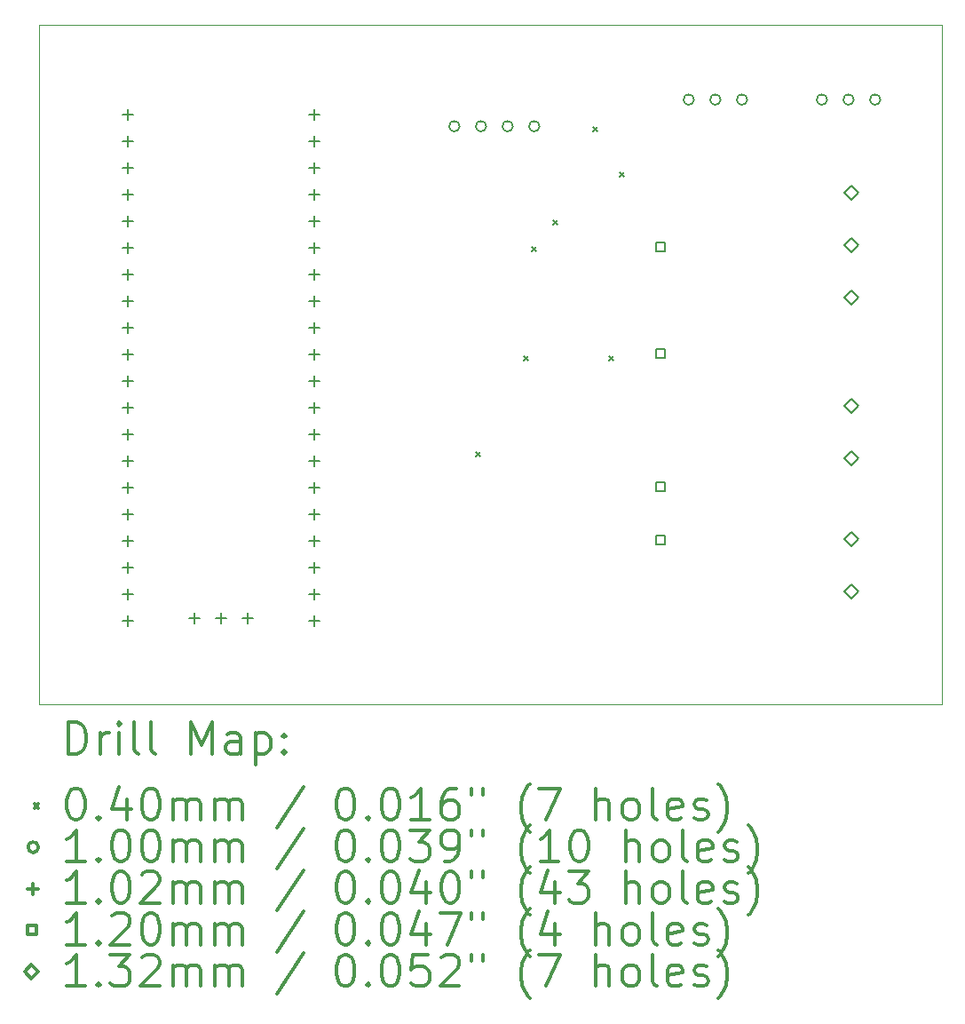
<source format=gbr>
%FSLAX45Y45*%
G04 Gerber Fmt 4.5, Leading zero omitted, Abs format (unit mm)*
G04 Created by KiCad (PCBNEW (5.1.9)-1) date 2022-01-16 00:31:00*
%MOMM*%
%LPD*%
G01*
G04 APERTURE LIST*
%TA.AperFunction,Profile*%
%ADD10C,0.100000*%
%TD*%
%ADD11C,0.200000*%
%ADD12C,0.300000*%
G04 APERTURE END LIST*
D10*
X10820400Y-2184400D02*
X10820400Y-8661400D01*
X2209800Y-2184400D02*
X10820400Y-2184400D01*
X2209800Y-8661400D02*
X2209800Y-2184400D01*
X10820400Y-8661400D02*
X2209800Y-8661400D01*
D11*
X6380800Y-6253800D02*
X6420800Y-6293800D01*
X6420800Y-6253800D02*
X6380800Y-6293800D01*
X6838000Y-5339400D02*
X6878000Y-5379400D01*
X6878000Y-5339400D02*
X6838000Y-5379400D01*
X6914200Y-4298000D02*
X6954200Y-4338000D01*
X6954200Y-4298000D02*
X6914200Y-4338000D01*
X7117400Y-4044000D02*
X7157400Y-4084000D01*
X7157400Y-4044000D02*
X7117400Y-4084000D01*
X7498400Y-3155000D02*
X7538400Y-3195000D01*
X7538400Y-3155000D02*
X7498400Y-3195000D01*
X7650800Y-5339400D02*
X7690800Y-5379400D01*
X7690800Y-5339400D02*
X7650800Y-5379400D01*
X7752400Y-3586800D02*
X7792400Y-3626800D01*
X7792400Y-3586800D02*
X7752400Y-3626800D01*
X6222200Y-3149600D02*
G75*
G03*
X6222200Y-3149600I-50000J0D01*
G01*
X6476200Y-3149600D02*
G75*
G03*
X6476200Y-3149600I-50000J0D01*
G01*
X6730200Y-3149600D02*
G75*
G03*
X6730200Y-3149600I-50000J0D01*
G01*
X6984200Y-3149600D02*
G75*
G03*
X6984200Y-3149600I-50000J0D01*
G01*
X8457400Y-2895600D02*
G75*
G03*
X8457400Y-2895600I-50000J0D01*
G01*
X8711400Y-2895600D02*
G75*
G03*
X8711400Y-2895600I-50000J0D01*
G01*
X8965400Y-2895600D02*
G75*
G03*
X8965400Y-2895600I-50000J0D01*
G01*
X9727400Y-2895600D02*
G75*
G03*
X9727400Y-2895600I-50000J0D01*
G01*
X9981400Y-2895600D02*
G75*
G03*
X9981400Y-2895600I-50000J0D01*
G01*
X10235400Y-2895600D02*
G75*
G03*
X10235400Y-2895600I-50000J0D01*
G01*
X3059000Y-2986800D02*
X3059000Y-3088800D01*
X3008000Y-3037800D02*
X3110000Y-3037800D01*
X3059000Y-3240800D02*
X3059000Y-3342800D01*
X3008000Y-3291800D02*
X3110000Y-3291800D01*
X3059000Y-3494800D02*
X3059000Y-3596800D01*
X3008000Y-3545800D02*
X3110000Y-3545800D01*
X3059000Y-3748800D02*
X3059000Y-3850800D01*
X3008000Y-3799800D02*
X3110000Y-3799800D01*
X3059000Y-4002800D02*
X3059000Y-4104800D01*
X3008000Y-4053800D02*
X3110000Y-4053800D01*
X3059000Y-4256800D02*
X3059000Y-4358800D01*
X3008000Y-4307800D02*
X3110000Y-4307800D01*
X3059000Y-4510800D02*
X3059000Y-4612800D01*
X3008000Y-4561800D02*
X3110000Y-4561800D01*
X3059000Y-4764800D02*
X3059000Y-4866800D01*
X3008000Y-4815800D02*
X3110000Y-4815800D01*
X3059000Y-5018800D02*
X3059000Y-5120800D01*
X3008000Y-5069800D02*
X3110000Y-5069800D01*
X3059000Y-5272800D02*
X3059000Y-5374800D01*
X3008000Y-5323800D02*
X3110000Y-5323800D01*
X3059000Y-5526800D02*
X3059000Y-5628800D01*
X3008000Y-5577800D02*
X3110000Y-5577800D01*
X3059000Y-5780800D02*
X3059000Y-5882800D01*
X3008000Y-5831800D02*
X3110000Y-5831800D01*
X3059000Y-6034800D02*
X3059000Y-6136800D01*
X3008000Y-6085800D02*
X3110000Y-6085800D01*
X3059000Y-6288800D02*
X3059000Y-6390800D01*
X3008000Y-6339800D02*
X3110000Y-6339800D01*
X3059000Y-6542800D02*
X3059000Y-6644800D01*
X3008000Y-6593800D02*
X3110000Y-6593800D01*
X3059000Y-6796800D02*
X3059000Y-6898800D01*
X3008000Y-6847800D02*
X3110000Y-6847800D01*
X3059000Y-7050800D02*
X3059000Y-7152800D01*
X3008000Y-7101800D02*
X3110000Y-7101800D01*
X3059000Y-7304800D02*
X3059000Y-7406800D01*
X3008000Y-7355800D02*
X3110000Y-7355800D01*
X3059000Y-7558800D02*
X3059000Y-7660800D01*
X3008000Y-7609800D02*
X3110000Y-7609800D01*
X3059000Y-7812800D02*
X3059000Y-7914800D01*
X3008000Y-7863800D02*
X3110000Y-7863800D01*
X3694000Y-7789800D02*
X3694000Y-7891800D01*
X3643000Y-7840800D02*
X3745000Y-7840800D01*
X3948000Y-7789800D02*
X3948000Y-7891800D01*
X3897000Y-7840800D02*
X3999000Y-7840800D01*
X4202000Y-7789800D02*
X4202000Y-7891800D01*
X4151000Y-7840800D02*
X4253000Y-7840800D01*
X4837000Y-2986800D02*
X4837000Y-3088800D01*
X4786000Y-3037800D02*
X4888000Y-3037800D01*
X4837000Y-3240800D02*
X4837000Y-3342800D01*
X4786000Y-3291800D02*
X4888000Y-3291800D01*
X4837000Y-3494800D02*
X4837000Y-3596800D01*
X4786000Y-3545800D02*
X4888000Y-3545800D01*
X4837000Y-3748800D02*
X4837000Y-3850800D01*
X4786000Y-3799800D02*
X4888000Y-3799800D01*
X4837000Y-4002800D02*
X4837000Y-4104800D01*
X4786000Y-4053800D02*
X4888000Y-4053800D01*
X4837000Y-4256800D02*
X4837000Y-4358800D01*
X4786000Y-4307800D02*
X4888000Y-4307800D01*
X4837000Y-4510800D02*
X4837000Y-4612800D01*
X4786000Y-4561800D02*
X4888000Y-4561800D01*
X4837000Y-4764800D02*
X4837000Y-4866800D01*
X4786000Y-4815800D02*
X4888000Y-4815800D01*
X4837000Y-5018800D02*
X4837000Y-5120800D01*
X4786000Y-5069800D02*
X4888000Y-5069800D01*
X4837000Y-5272800D02*
X4837000Y-5374800D01*
X4786000Y-5323800D02*
X4888000Y-5323800D01*
X4837000Y-5526800D02*
X4837000Y-5628800D01*
X4786000Y-5577800D02*
X4888000Y-5577800D01*
X4837000Y-5780800D02*
X4837000Y-5882800D01*
X4786000Y-5831800D02*
X4888000Y-5831800D01*
X4837000Y-6034800D02*
X4837000Y-6136800D01*
X4786000Y-6085800D02*
X4888000Y-6085800D01*
X4837000Y-6288800D02*
X4837000Y-6390800D01*
X4786000Y-6339800D02*
X4888000Y-6339800D01*
X4837000Y-6542800D02*
X4837000Y-6644800D01*
X4786000Y-6593800D02*
X4888000Y-6593800D01*
X4837000Y-6796800D02*
X4837000Y-6898800D01*
X4786000Y-6847800D02*
X4888000Y-6847800D01*
X4837000Y-7050800D02*
X4837000Y-7152800D01*
X4786000Y-7101800D02*
X4888000Y-7101800D01*
X4837000Y-7304800D02*
X4837000Y-7406800D01*
X4786000Y-7355800D02*
X4888000Y-7355800D01*
X4837000Y-7558800D02*
X4837000Y-7660800D01*
X4786000Y-7609800D02*
X4888000Y-7609800D01*
X4837000Y-7812800D02*
X4837000Y-7914800D01*
X4786000Y-7863800D02*
X4888000Y-7863800D01*
X8179527Y-4342027D02*
X8179527Y-4257173D01*
X8094673Y-4257173D01*
X8094673Y-4342027D01*
X8179527Y-4342027D01*
X8179527Y-5358027D02*
X8179527Y-5273173D01*
X8094673Y-5273173D01*
X8094673Y-5358027D01*
X8179527Y-5358027D01*
X8179527Y-6628027D02*
X8179527Y-6543173D01*
X8094673Y-6543173D01*
X8094673Y-6628027D01*
X8179527Y-6628027D01*
X8179527Y-7136027D02*
X8179527Y-7051173D01*
X8094673Y-7051173D01*
X8094673Y-7136027D01*
X8179527Y-7136027D01*
X9956800Y-3850600D02*
X10022800Y-3784600D01*
X9956800Y-3718600D01*
X9890800Y-3784600D01*
X9956800Y-3850600D01*
X9956800Y-4350600D02*
X10022800Y-4284600D01*
X9956800Y-4218600D01*
X9890800Y-4284600D01*
X9956800Y-4350600D01*
X9956800Y-4850600D02*
X10022800Y-4784600D01*
X9956800Y-4718600D01*
X9890800Y-4784600D01*
X9956800Y-4850600D01*
X9956800Y-5882600D02*
X10022800Y-5816600D01*
X9956800Y-5750600D01*
X9890800Y-5816600D01*
X9956800Y-5882600D01*
X9956800Y-6382600D02*
X10022800Y-6316600D01*
X9956800Y-6250600D01*
X9890800Y-6316600D01*
X9956800Y-6382600D01*
X9956800Y-7152600D02*
X10022800Y-7086600D01*
X9956800Y-7020600D01*
X9890800Y-7086600D01*
X9956800Y-7152600D01*
X9956800Y-7652600D02*
X10022800Y-7586600D01*
X9956800Y-7520600D01*
X9890800Y-7586600D01*
X9956800Y-7652600D01*
D12*
X2491228Y-9132114D02*
X2491228Y-8832114D01*
X2562657Y-8832114D01*
X2605514Y-8846400D01*
X2634086Y-8874972D01*
X2648371Y-8903543D01*
X2662657Y-8960686D01*
X2662657Y-9003543D01*
X2648371Y-9060686D01*
X2634086Y-9089257D01*
X2605514Y-9117829D01*
X2562657Y-9132114D01*
X2491228Y-9132114D01*
X2791228Y-9132114D02*
X2791228Y-8932114D01*
X2791228Y-8989257D02*
X2805514Y-8960686D01*
X2819800Y-8946400D01*
X2848371Y-8932114D01*
X2876943Y-8932114D01*
X2976943Y-9132114D02*
X2976943Y-8932114D01*
X2976943Y-8832114D02*
X2962657Y-8846400D01*
X2976943Y-8860686D01*
X2991228Y-8846400D01*
X2976943Y-8832114D01*
X2976943Y-8860686D01*
X3162657Y-9132114D02*
X3134086Y-9117829D01*
X3119800Y-9089257D01*
X3119800Y-8832114D01*
X3319800Y-9132114D02*
X3291228Y-9117829D01*
X3276943Y-9089257D01*
X3276943Y-8832114D01*
X3662657Y-9132114D02*
X3662657Y-8832114D01*
X3762657Y-9046400D01*
X3862657Y-8832114D01*
X3862657Y-9132114D01*
X4134086Y-9132114D02*
X4134086Y-8974972D01*
X4119800Y-8946400D01*
X4091228Y-8932114D01*
X4034086Y-8932114D01*
X4005514Y-8946400D01*
X4134086Y-9117829D02*
X4105514Y-9132114D01*
X4034086Y-9132114D01*
X4005514Y-9117829D01*
X3991228Y-9089257D01*
X3991228Y-9060686D01*
X4005514Y-9032114D01*
X4034086Y-9017829D01*
X4105514Y-9017829D01*
X4134086Y-9003543D01*
X4276943Y-8932114D02*
X4276943Y-9232114D01*
X4276943Y-8946400D02*
X4305514Y-8932114D01*
X4362657Y-8932114D01*
X4391228Y-8946400D01*
X4405514Y-8960686D01*
X4419800Y-8989257D01*
X4419800Y-9074972D01*
X4405514Y-9103543D01*
X4391228Y-9117829D01*
X4362657Y-9132114D01*
X4305514Y-9132114D01*
X4276943Y-9117829D01*
X4548371Y-9103543D02*
X4562657Y-9117829D01*
X4548371Y-9132114D01*
X4534086Y-9117829D01*
X4548371Y-9103543D01*
X4548371Y-9132114D01*
X4548371Y-8946400D02*
X4562657Y-8960686D01*
X4548371Y-8974972D01*
X4534086Y-8960686D01*
X4548371Y-8946400D01*
X4548371Y-8974972D01*
X2164800Y-9606400D02*
X2204800Y-9646400D01*
X2204800Y-9606400D02*
X2164800Y-9646400D01*
X2548371Y-9462114D02*
X2576943Y-9462114D01*
X2605514Y-9476400D01*
X2619800Y-9490686D01*
X2634086Y-9519257D01*
X2648371Y-9576400D01*
X2648371Y-9647829D01*
X2634086Y-9704972D01*
X2619800Y-9733543D01*
X2605514Y-9747829D01*
X2576943Y-9762114D01*
X2548371Y-9762114D01*
X2519800Y-9747829D01*
X2505514Y-9733543D01*
X2491228Y-9704972D01*
X2476943Y-9647829D01*
X2476943Y-9576400D01*
X2491228Y-9519257D01*
X2505514Y-9490686D01*
X2519800Y-9476400D01*
X2548371Y-9462114D01*
X2776943Y-9733543D02*
X2791228Y-9747829D01*
X2776943Y-9762114D01*
X2762657Y-9747829D01*
X2776943Y-9733543D01*
X2776943Y-9762114D01*
X3048371Y-9562114D02*
X3048371Y-9762114D01*
X2976943Y-9447829D02*
X2905514Y-9662114D01*
X3091228Y-9662114D01*
X3262657Y-9462114D02*
X3291228Y-9462114D01*
X3319800Y-9476400D01*
X3334086Y-9490686D01*
X3348371Y-9519257D01*
X3362657Y-9576400D01*
X3362657Y-9647829D01*
X3348371Y-9704972D01*
X3334086Y-9733543D01*
X3319800Y-9747829D01*
X3291228Y-9762114D01*
X3262657Y-9762114D01*
X3234086Y-9747829D01*
X3219800Y-9733543D01*
X3205514Y-9704972D01*
X3191228Y-9647829D01*
X3191228Y-9576400D01*
X3205514Y-9519257D01*
X3219800Y-9490686D01*
X3234086Y-9476400D01*
X3262657Y-9462114D01*
X3491228Y-9762114D02*
X3491228Y-9562114D01*
X3491228Y-9590686D02*
X3505514Y-9576400D01*
X3534086Y-9562114D01*
X3576943Y-9562114D01*
X3605514Y-9576400D01*
X3619800Y-9604972D01*
X3619800Y-9762114D01*
X3619800Y-9604972D02*
X3634086Y-9576400D01*
X3662657Y-9562114D01*
X3705514Y-9562114D01*
X3734086Y-9576400D01*
X3748371Y-9604972D01*
X3748371Y-9762114D01*
X3891228Y-9762114D02*
X3891228Y-9562114D01*
X3891228Y-9590686D02*
X3905514Y-9576400D01*
X3934086Y-9562114D01*
X3976943Y-9562114D01*
X4005514Y-9576400D01*
X4019800Y-9604972D01*
X4019800Y-9762114D01*
X4019800Y-9604972D02*
X4034086Y-9576400D01*
X4062657Y-9562114D01*
X4105514Y-9562114D01*
X4134086Y-9576400D01*
X4148371Y-9604972D01*
X4148371Y-9762114D01*
X4734086Y-9447829D02*
X4476943Y-9833543D01*
X5119800Y-9462114D02*
X5148371Y-9462114D01*
X5176943Y-9476400D01*
X5191228Y-9490686D01*
X5205514Y-9519257D01*
X5219800Y-9576400D01*
X5219800Y-9647829D01*
X5205514Y-9704972D01*
X5191228Y-9733543D01*
X5176943Y-9747829D01*
X5148371Y-9762114D01*
X5119800Y-9762114D01*
X5091228Y-9747829D01*
X5076943Y-9733543D01*
X5062657Y-9704972D01*
X5048371Y-9647829D01*
X5048371Y-9576400D01*
X5062657Y-9519257D01*
X5076943Y-9490686D01*
X5091228Y-9476400D01*
X5119800Y-9462114D01*
X5348371Y-9733543D02*
X5362657Y-9747829D01*
X5348371Y-9762114D01*
X5334086Y-9747829D01*
X5348371Y-9733543D01*
X5348371Y-9762114D01*
X5548371Y-9462114D02*
X5576943Y-9462114D01*
X5605514Y-9476400D01*
X5619800Y-9490686D01*
X5634086Y-9519257D01*
X5648371Y-9576400D01*
X5648371Y-9647829D01*
X5634086Y-9704972D01*
X5619800Y-9733543D01*
X5605514Y-9747829D01*
X5576943Y-9762114D01*
X5548371Y-9762114D01*
X5519800Y-9747829D01*
X5505514Y-9733543D01*
X5491228Y-9704972D01*
X5476943Y-9647829D01*
X5476943Y-9576400D01*
X5491228Y-9519257D01*
X5505514Y-9490686D01*
X5519800Y-9476400D01*
X5548371Y-9462114D01*
X5934086Y-9762114D02*
X5762657Y-9762114D01*
X5848371Y-9762114D02*
X5848371Y-9462114D01*
X5819800Y-9504972D01*
X5791228Y-9533543D01*
X5762657Y-9547829D01*
X6191228Y-9462114D02*
X6134086Y-9462114D01*
X6105514Y-9476400D01*
X6091228Y-9490686D01*
X6062657Y-9533543D01*
X6048371Y-9590686D01*
X6048371Y-9704972D01*
X6062657Y-9733543D01*
X6076943Y-9747829D01*
X6105514Y-9762114D01*
X6162657Y-9762114D01*
X6191228Y-9747829D01*
X6205514Y-9733543D01*
X6219800Y-9704972D01*
X6219800Y-9633543D01*
X6205514Y-9604972D01*
X6191228Y-9590686D01*
X6162657Y-9576400D01*
X6105514Y-9576400D01*
X6076943Y-9590686D01*
X6062657Y-9604972D01*
X6048371Y-9633543D01*
X6334086Y-9462114D02*
X6334086Y-9519257D01*
X6448371Y-9462114D02*
X6448371Y-9519257D01*
X6891228Y-9876400D02*
X6876943Y-9862114D01*
X6848371Y-9819257D01*
X6834086Y-9790686D01*
X6819800Y-9747829D01*
X6805514Y-9676400D01*
X6805514Y-9619257D01*
X6819800Y-9547829D01*
X6834086Y-9504972D01*
X6848371Y-9476400D01*
X6876943Y-9433543D01*
X6891228Y-9419257D01*
X6976943Y-9462114D02*
X7176943Y-9462114D01*
X7048371Y-9762114D01*
X7519800Y-9762114D02*
X7519800Y-9462114D01*
X7648371Y-9762114D02*
X7648371Y-9604972D01*
X7634086Y-9576400D01*
X7605514Y-9562114D01*
X7562657Y-9562114D01*
X7534086Y-9576400D01*
X7519800Y-9590686D01*
X7834086Y-9762114D02*
X7805514Y-9747829D01*
X7791228Y-9733543D01*
X7776943Y-9704972D01*
X7776943Y-9619257D01*
X7791228Y-9590686D01*
X7805514Y-9576400D01*
X7834086Y-9562114D01*
X7876943Y-9562114D01*
X7905514Y-9576400D01*
X7919800Y-9590686D01*
X7934086Y-9619257D01*
X7934086Y-9704972D01*
X7919800Y-9733543D01*
X7905514Y-9747829D01*
X7876943Y-9762114D01*
X7834086Y-9762114D01*
X8105514Y-9762114D02*
X8076943Y-9747829D01*
X8062657Y-9719257D01*
X8062657Y-9462114D01*
X8334086Y-9747829D02*
X8305514Y-9762114D01*
X8248371Y-9762114D01*
X8219800Y-9747829D01*
X8205514Y-9719257D01*
X8205514Y-9604972D01*
X8219800Y-9576400D01*
X8248371Y-9562114D01*
X8305514Y-9562114D01*
X8334086Y-9576400D01*
X8348371Y-9604972D01*
X8348371Y-9633543D01*
X8205514Y-9662114D01*
X8462657Y-9747829D02*
X8491228Y-9762114D01*
X8548371Y-9762114D01*
X8576943Y-9747829D01*
X8591228Y-9719257D01*
X8591228Y-9704972D01*
X8576943Y-9676400D01*
X8548371Y-9662114D01*
X8505514Y-9662114D01*
X8476943Y-9647829D01*
X8462657Y-9619257D01*
X8462657Y-9604972D01*
X8476943Y-9576400D01*
X8505514Y-9562114D01*
X8548371Y-9562114D01*
X8576943Y-9576400D01*
X8691228Y-9876400D02*
X8705514Y-9862114D01*
X8734086Y-9819257D01*
X8748371Y-9790686D01*
X8762657Y-9747829D01*
X8776943Y-9676400D01*
X8776943Y-9619257D01*
X8762657Y-9547829D01*
X8748371Y-9504972D01*
X8734086Y-9476400D01*
X8705514Y-9433543D01*
X8691228Y-9419257D01*
X2204800Y-10022400D02*
G75*
G03*
X2204800Y-10022400I-50000J0D01*
G01*
X2648371Y-10158114D02*
X2476943Y-10158114D01*
X2562657Y-10158114D02*
X2562657Y-9858114D01*
X2534086Y-9900972D01*
X2505514Y-9929543D01*
X2476943Y-9943829D01*
X2776943Y-10129543D02*
X2791228Y-10143829D01*
X2776943Y-10158114D01*
X2762657Y-10143829D01*
X2776943Y-10129543D01*
X2776943Y-10158114D01*
X2976943Y-9858114D02*
X3005514Y-9858114D01*
X3034086Y-9872400D01*
X3048371Y-9886686D01*
X3062657Y-9915257D01*
X3076943Y-9972400D01*
X3076943Y-10043829D01*
X3062657Y-10100972D01*
X3048371Y-10129543D01*
X3034086Y-10143829D01*
X3005514Y-10158114D01*
X2976943Y-10158114D01*
X2948371Y-10143829D01*
X2934086Y-10129543D01*
X2919800Y-10100972D01*
X2905514Y-10043829D01*
X2905514Y-9972400D01*
X2919800Y-9915257D01*
X2934086Y-9886686D01*
X2948371Y-9872400D01*
X2976943Y-9858114D01*
X3262657Y-9858114D02*
X3291228Y-9858114D01*
X3319800Y-9872400D01*
X3334086Y-9886686D01*
X3348371Y-9915257D01*
X3362657Y-9972400D01*
X3362657Y-10043829D01*
X3348371Y-10100972D01*
X3334086Y-10129543D01*
X3319800Y-10143829D01*
X3291228Y-10158114D01*
X3262657Y-10158114D01*
X3234086Y-10143829D01*
X3219800Y-10129543D01*
X3205514Y-10100972D01*
X3191228Y-10043829D01*
X3191228Y-9972400D01*
X3205514Y-9915257D01*
X3219800Y-9886686D01*
X3234086Y-9872400D01*
X3262657Y-9858114D01*
X3491228Y-10158114D02*
X3491228Y-9958114D01*
X3491228Y-9986686D02*
X3505514Y-9972400D01*
X3534086Y-9958114D01*
X3576943Y-9958114D01*
X3605514Y-9972400D01*
X3619800Y-10000972D01*
X3619800Y-10158114D01*
X3619800Y-10000972D02*
X3634086Y-9972400D01*
X3662657Y-9958114D01*
X3705514Y-9958114D01*
X3734086Y-9972400D01*
X3748371Y-10000972D01*
X3748371Y-10158114D01*
X3891228Y-10158114D02*
X3891228Y-9958114D01*
X3891228Y-9986686D02*
X3905514Y-9972400D01*
X3934086Y-9958114D01*
X3976943Y-9958114D01*
X4005514Y-9972400D01*
X4019800Y-10000972D01*
X4019800Y-10158114D01*
X4019800Y-10000972D02*
X4034086Y-9972400D01*
X4062657Y-9958114D01*
X4105514Y-9958114D01*
X4134086Y-9972400D01*
X4148371Y-10000972D01*
X4148371Y-10158114D01*
X4734086Y-9843829D02*
X4476943Y-10229543D01*
X5119800Y-9858114D02*
X5148371Y-9858114D01*
X5176943Y-9872400D01*
X5191228Y-9886686D01*
X5205514Y-9915257D01*
X5219800Y-9972400D01*
X5219800Y-10043829D01*
X5205514Y-10100972D01*
X5191228Y-10129543D01*
X5176943Y-10143829D01*
X5148371Y-10158114D01*
X5119800Y-10158114D01*
X5091228Y-10143829D01*
X5076943Y-10129543D01*
X5062657Y-10100972D01*
X5048371Y-10043829D01*
X5048371Y-9972400D01*
X5062657Y-9915257D01*
X5076943Y-9886686D01*
X5091228Y-9872400D01*
X5119800Y-9858114D01*
X5348371Y-10129543D02*
X5362657Y-10143829D01*
X5348371Y-10158114D01*
X5334086Y-10143829D01*
X5348371Y-10129543D01*
X5348371Y-10158114D01*
X5548371Y-9858114D02*
X5576943Y-9858114D01*
X5605514Y-9872400D01*
X5619800Y-9886686D01*
X5634086Y-9915257D01*
X5648371Y-9972400D01*
X5648371Y-10043829D01*
X5634086Y-10100972D01*
X5619800Y-10129543D01*
X5605514Y-10143829D01*
X5576943Y-10158114D01*
X5548371Y-10158114D01*
X5519800Y-10143829D01*
X5505514Y-10129543D01*
X5491228Y-10100972D01*
X5476943Y-10043829D01*
X5476943Y-9972400D01*
X5491228Y-9915257D01*
X5505514Y-9886686D01*
X5519800Y-9872400D01*
X5548371Y-9858114D01*
X5748371Y-9858114D02*
X5934086Y-9858114D01*
X5834086Y-9972400D01*
X5876943Y-9972400D01*
X5905514Y-9986686D01*
X5919800Y-10000972D01*
X5934086Y-10029543D01*
X5934086Y-10100972D01*
X5919800Y-10129543D01*
X5905514Y-10143829D01*
X5876943Y-10158114D01*
X5791228Y-10158114D01*
X5762657Y-10143829D01*
X5748371Y-10129543D01*
X6076943Y-10158114D02*
X6134086Y-10158114D01*
X6162657Y-10143829D01*
X6176943Y-10129543D01*
X6205514Y-10086686D01*
X6219800Y-10029543D01*
X6219800Y-9915257D01*
X6205514Y-9886686D01*
X6191228Y-9872400D01*
X6162657Y-9858114D01*
X6105514Y-9858114D01*
X6076943Y-9872400D01*
X6062657Y-9886686D01*
X6048371Y-9915257D01*
X6048371Y-9986686D01*
X6062657Y-10015257D01*
X6076943Y-10029543D01*
X6105514Y-10043829D01*
X6162657Y-10043829D01*
X6191228Y-10029543D01*
X6205514Y-10015257D01*
X6219800Y-9986686D01*
X6334086Y-9858114D02*
X6334086Y-9915257D01*
X6448371Y-9858114D02*
X6448371Y-9915257D01*
X6891228Y-10272400D02*
X6876943Y-10258114D01*
X6848371Y-10215257D01*
X6834086Y-10186686D01*
X6819800Y-10143829D01*
X6805514Y-10072400D01*
X6805514Y-10015257D01*
X6819800Y-9943829D01*
X6834086Y-9900972D01*
X6848371Y-9872400D01*
X6876943Y-9829543D01*
X6891228Y-9815257D01*
X7162657Y-10158114D02*
X6991228Y-10158114D01*
X7076943Y-10158114D02*
X7076943Y-9858114D01*
X7048371Y-9900972D01*
X7019800Y-9929543D01*
X6991228Y-9943829D01*
X7348371Y-9858114D02*
X7376943Y-9858114D01*
X7405514Y-9872400D01*
X7419800Y-9886686D01*
X7434086Y-9915257D01*
X7448371Y-9972400D01*
X7448371Y-10043829D01*
X7434086Y-10100972D01*
X7419800Y-10129543D01*
X7405514Y-10143829D01*
X7376943Y-10158114D01*
X7348371Y-10158114D01*
X7319800Y-10143829D01*
X7305514Y-10129543D01*
X7291228Y-10100972D01*
X7276943Y-10043829D01*
X7276943Y-9972400D01*
X7291228Y-9915257D01*
X7305514Y-9886686D01*
X7319800Y-9872400D01*
X7348371Y-9858114D01*
X7805514Y-10158114D02*
X7805514Y-9858114D01*
X7934086Y-10158114D02*
X7934086Y-10000972D01*
X7919800Y-9972400D01*
X7891228Y-9958114D01*
X7848371Y-9958114D01*
X7819800Y-9972400D01*
X7805514Y-9986686D01*
X8119800Y-10158114D02*
X8091228Y-10143829D01*
X8076943Y-10129543D01*
X8062657Y-10100972D01*
X8062657Y-10015257D01*
X8076943Y-9986686D01*
X8091228Y-9972400D01*
X8119800Y-9958114D01*
X8162657Y-9958114D01*
X8191228Y-9972400D01*
X8205514Y-9986686D01*
X8219800Y-10015257D01*
X8219800Y-10100972D01*
X8205514Y-10129543D01*
X8191228Y-10143829D01*
X8162657Y-10158114D01*
X8119800Y-10158114D01*
X8391228Y-10158114D02*
X8362657Y-10143829D01*
X8348371Y-10115257D01*
X8348371Y-9858114D01*
X8619800Y-10143829D02*
X8591228Y-10158114D01*
X8534086Y-10158114D01*
X8505514Y-10143829D01*
X8491228Y-10115257D01*
X8491228Y-10000972D01*
X8505514Y-9972400D01*
X8534086Y-9958114D01*
X8591228Y-9958114D01*
X8619800Y-9972400D01*
X8634086Y-10000972D01*
X8634086Y-10029543D01*
X8491228Y-10058114D01*
X8748371Y-10143829D02*
X8776943Y-10158114D01*
X8834086Y-10158114D01*
X8862657Y-10143829D01*
X8876943Y-10115257D01*
X8876943Y-10100972D01*
X8862657Y-10072400D01*
X8834086Y-10058114D01*
X8791228Y-10058114D01*
X8762657Y-10043829D01*
X8748371Y-10015257D01*
X8748371Y-10000972D01*
X8762657Y-9972400D01*
X8791228Y-9958114D01*
X8834086Y-9958114D01*
X8862657Y-9972400D01*
X8976943Y-10272400D02*
X8991228Y-10258114D01*
X9019800Y-10215257D01*
X9034086Y-10186686D01*
X9048371Y-10143829D01*
X9062657Y-10072400D01*
X9062657Y-10015257D01*
X9048371Y-9943829D01*
X9034086Y-9900972D01*
X9019800Y-9872400D01*
X8991228Y-9829543D01*
X8976943Y-9815257D01*
X2153800Y-10367400D02*
X2153800Y-10469400D01*
X2102800Y-10418400D02*
X2204800Y-10418400D01*
X2648371Y-10554114D02*
X2476943Y-10554114D01*
X2562657Y-10554114D02*
X2562657Y-10254114D01*
X2534086Y-10296972D01*
X2505514Y-10325543D01*
X2476943Y-10339829D01*
X2776943Y-10525543D02*
X2791228Y-10539829D01*
X2776943Y-10554114D01*
X2762657Y-10539829D01*
X2776943Y-10525543D01*
X2776943Y-10554114D01*
X2976943Y-10254114D02*
X3005514Y-10254114D01*
X3034086Y-10268400D01*
X3048371Y-10282686D01*
X3062657Y-10311257D01*
X3076943Y-10368400D01*
X3076943Y-10439829D01*
X3062657Y-10496972D01*
X3048371Y-10525543D01*
X3034086Y-10539829D01*
X3005514Y-10554114D01*
X2976943Y-10554114D01*
X2948371Y-10539829D01*
X2934086Y-10525543D01*
X2919800Y-10496972D01*
X2905514Y-10439829D01*
X2905514Y-10368400D01*
X2919800Y-10311257D01*
X2934086Y-10282686D01*
X2948371Y-10268400D01*
X2976943Y-10254114D01*
X3191228Y-10282686D02*
X3205514Y-10268400D01*
X3234086Y-10254114D01*
X3305514Y-10254114D01*
X3334086Y-10268400D01*
X3348371Y-10282686D01*
X3362657Y-10311257D01*
X3362657Y-10339829D01*
X3348371Y-10382686D01*
X3176943Y-10554114D01*
X3362657Y-10554114D01*
X3491228Y-10554114D02*
X3491228Y-10354114D01*
X3491228Y-10382686D02*
X3505514Y-10368400D01*
X3534086Y-10354114D01*
X3576943Y-10354114D01*
X3605514Y-10368400D01*
X3619800Y-10396972D01*
X3619800Y-10554114D01*
X3619800Y-10396972D02*
X3634086Y-10368400D01*
X3662657Y-10354114D01*
X3705514Y-10354114D01*
X3734086Y-10368400D01*
X3748371Y-10396972D01*
X3748371Y-10554114D01*
X3891228Y-10554114D02*
X3891228Y-10354114D01*
X3891228Y-10382686D02*
X3905514Y-10368400D01*
X3934086Y-10354114D01*
X3976943Y-10354114D01*
X4005514Y-10368400D01*
X4019800Y-10396972D01*
X4019800Y-10554114D01*
X4019800Y-10396972D02*
X4034086Y-10368400D01*
X4062657Y-10354114D01*
X4105514Y-10354114D01*
X4134086Y-10368400D01*
X4148371Y-10396972D01*
X4148371Y-10554114D01*
X4734086Y-10239829D02*
X4476943Y-10625543D01*
X5119800Y-10254114D02*
X5148371Y-10254114D01*
X5176943Y-10268400D01*
X5191228Y-10282686D01*
X5205514Y-10311257D01*
X5219800Y-10368400D01*
X5219800Y-10439829D01*
X5205514Y-10496972D01*
X5191228Y-10525543D01*
X5176943Y-10539829D01*
X5148371Y-10554114D01*
X5119800Y-10554114D01*
X5091228Y-10539829D01*
X5076943Y-10525543D01*
X5062657Y-10496972D01*
X5048371Y-10439829D01*
X5048371Y-10368400D01*
X5062657Y-10311257D01*
X5076943Y-10282686D01*
X5091228Y-10268400D01*
X5119800Y-10254114D01*
X5348371Y-10525543D02*
X5362657Y-10539829D01*
X5348371Y-10554114D01*
X5334086Y-10539829D01*
X5348371Y-10525543D01*
X5348371Y-10554114D01*
X5548371Y-10254114D02*
X5576943Y-10254114D01*
X5605514Y-10268400D01*
X5619800Y-10282686D01*
X5634086Y-10311257D01*
X5648371Y-10368400D01*
X5648371Y-10439829D01*
X5634086Y-10496972D01*
X5619800Y-10525543D01*
X5605514Y-10539829D01*
X5576943Y-10554114D01*
X5548371Y-10554114D01*
X5519800Y-10539829D01*
X5505514Y-10525543D01*
X5491228Y-10496972D01*
X5476943Y-10439829D01*
X5476943Y-10368400D01*
X5491228Y-10311257D01*
X5505514Y-10282686D01*
X5519800Y-10268400D01*
X5548371Y-10254114D01*
X5905514Y-10354114D02*
X5905514Y-10554114D01*
X5834086Y-10239829D02*
X5762657Y-10454114D01*
X5948371Y-10454114D01*
X6119800Y-10254114D02*
X6148371Y-10254114D01*
X6176943Y-10268400D01*
X6191228Y-10282686D01*
X6205514Y-10311257D01*
X6219800Y-10368400D01*
X6219800Y-10439829D01*
X6205514Y-10496972D01*
X6191228Y-10525543D01*
X6176943Y-10539829D01*
X6148371Y-10554114D01*
X6119800Y-10554114D01*
X6091228Y-10539829D01*
X6076943Y-10525543D01*
X6062657Y-10496972D01*
X6048371Y-10439829D01*
X6048371Y-10368400D01*
X6062657Y-10311257D01*
X6076943Y-10282686D01*
X6091228Y-10268400D01*
X6119800Y-10254114D01*
X6334086Y-10254114D02*
X6334086Y-10311257D01*
X6448371Y-10254114D02*
X6448371Y-10311257D01*
X6891228Y-10668400D02*
X6876943Y-10654114D01*
X6848371Y-10611257D01*
X6834086Y-10582686D01*
X6819800Y-10539829D01*
X6805514Y-10468400D01*
X6805514Y-10411257D01*
X6819800Y-10339829D01*
X6834086Y-10296972D01*
X6848371Y-10268400D01*
X6876943Y-10225543D01*
X6891228Y-10211257D01*
X7134086Y-10354114D02*
X7134086Y-10554114D01*
X7062657Y-10239829D02*
X6991228Y-10454114D01*
X7176943Y-10454114D01*
X7262657Y-10254114D02*
X7448371Y-10254114D01*
X7348371Y-10368400D01*
X7391228Y-10368400D01*
X7419800Y-10382686D01*
X7434086Y-10396972D01*
X7448371Y-10425543D01*
X7448371Y-10496972D01*
X7434086Y-10525543D01*
X7419800Y-10539829D01*
X7391228Y-10554114D01*
X7305514Y-10554114D01*
X7276943Y-10539829D01*
X7262657Y-10525543D01*
X7805514Y-10554114D02*
X7805514Y-10254114D01*
X7934086Y-10554114D02*
X7934086Y-10396972D01*
X7919800Y-10368400D01*
X7891228Y-10354114D01*
X7848371Y-10354114D01*
X7819800Y-10368400D01*
X7805514Y-10382686D01*
X8119800Y-10554114D02*
X8091228Y-10539829D01*
X8076943Y-10525543D01*
X8062657Y-10496972D01*
X8062657Y-10411257D01*
X8076943Y-10382686D01*
X8091228Y-10368400D01*
X8119800Y-10354114D01*
X8162657Y-10354114D01*
X8191228Y-10368400D01*
X8205514Y-10382686D01*
X8219800Y-10411257D01*
X8219800Y-10496972D01*
X8205514Y-10525543D01*
X8191228Y-10539829D01*
X8162657Y-10554114D01*
X8119800Y-10554114D01*
X8391228Y-10554114D02*
X8362657Y-10539829D01*
X8348371Y-10511257D01*
X8348371Y-10254114D01*
X8619800Y-10539829D02*
X8591228Y-10554114D01*
X8534086Y-10554114D01*
X8505514Y-10539829D01*
X8491228Y-10511257D01*
X8491228Y-10396972D01*
X8505514Y-10368400D01*
X8534086Y-10354114D01*
X8591228Y-10354114D01*
X8619800Y-10368400D01*
X8634086Y-10396972D01*
X8634086Y-10425543D01*
X8491228Y-10454114D01*
X8748371Y-10539829D02*
X8776943Y-10554114D01*
X8834086Y-10554114D01*
X8862657Y-10539829D01*
X8876943Y-10511257D01*
X8876943Y-10496972D01*
X8862657Y-10468400D01*
X8834086Y-10454114D01*
X8791228Y-10454114D01*
X8762657Y-10439829D01*
X8748371Y-10411257D01*
X8748371Y-10396972D01*
X8762657Y-10368400D01*
X8791228Y-10354114D01*
X8834086Y-10354114D01*
X8862657Y-10368400D01*
X8976943Y-10668400D02*
X8991228Y-10654114D01*
X9019800Y-10611257D01*
X9034086Y-10582686D01*
X9048371Y-10539829D01*
X9062657Y-10468400D01*
X9062657Y-10411257D01*
X9048371Y-10339829D01*
X9034086Y-10296972D01*
X9019800Y-10268400D01*
X8991228Y-10225543D01*
X8976943Y-10211257D01*
X2187227Y-10856827D02*
X2187227Y-10771973D01*
X2102373Y-10771973D01*
X2102373Y-10856827D01*
X2187227Y-10856827D01*
X2648371Y-10950114D02*
X2476943Y-10950114D01*
X2562657Y-10950114D02*
X2562657Y-10650114D01*
X2534086Y-10692972D01*
X2505514Y-10721543D01*
X2476943Y-10735829D01*
X2776943Y-10921543D02*
X2791228Y-10935829D01*
X2776943Y-10950114D01*
X2762657Y-10935829D01*
X2776943Y-10921543D01*
X2776943Y-10950114D01*
X2905514Y-10678686D02*
X2919800Y-10664400D01*
X2948371Y-10650114D01*
X3019800Y-10650114D01*
X3048371Y-10664400D01*
X3062657Y-10678686D01*
X3076943Y-10707257D01*
X3076943Y-10735829D01*
X3062657Y-10778686D01*
X2891228Y-10950114D01*
X3076943Y-10950114D01*
X3262657Y-10650114D02*
X3291228Y-10650114D01*
X3319800Y-10664400D01*
X3334086Y-10678686D01*
X3348371Y-10707257D01*
X3362657Y-10764400D01*
X3362657Y-10835829D01*
X3348371Y-10892972D01*
X3334086Y-10921543D01*
X3319800Y-10935829D01*
X3291228Y-10950114D01*
X3262657Y-10950114D01*
X3234086Y-10935829D01*
X3219800Y-10921543D01*
X3205514Y-10892972D01*
X3191228Y-10835829D01*
X3191228Y-10764400D01*
X3205514Y-10707257D01*
X3219800Y-10678686D01*
X3234086Y-10664400D01*
X3262657Y-10650114D01*
X3491228Y-10950114D02*
X3491228Y-10750114D01*
X3491228Y-10778686D02*
X3505514Y-10764400D01*
X3534086Y-10750114D01*
X3576943Y-10750114D01*
X3605514Y-10764400D01*
X3619800Y-10792972D01*
X3619800Y-10950114D01*
X3619800Y-10792972D02*
X3634086Y-10764400D01*
X3662657Y-10750114D01*
X3705514Y-10750114D01*
X3734086Y-10764400D01*
X3748371Y-10792972D01*
X3748371Y-10950114D01*
X3891228Y-10950114D02*
X3891228Y-10750114D01*
X3891228Y-10778686D02*
X3905514Y-10764400D01*
X3934086Y-10750114D01*
X3976943Y-10750114D01*
X4005514Y-10764400D01*
X4019800Y-10792972D01*
X4019800Y-10950114D01*
X4019800Y-10792972D02*
X4034086Y-10764400D01*
X4062657Y-10750114D01*
X4105514Y-10750114D01*
X4134086Y-10764400D01*
X4148371Y-10792972D01*
X4148371Y-10950114D01*
X4734086Y-10635829D02*
X4476943Y-11021543D01*
X5119800Y-10650114D02*
X5148371Y-10650114D01*
X5176943Y-10664400D01*
X5191228Y-10678686D01*
X5205514Y-10707257D01*
X5219800Y-10764400D01*
X5219800Y-10835829D01*
X5205514Y-10892972D01*
X5191228Y-10921543D01*
X5176943Y-10935829D01*
X5148371Y-10950114D01*
X5119800Y-10950114D01*
X5091228Y-10935829D01*
X5076943Y-10921543D01*
X5062657Y-10892972D01*
X5048371Y-10835829D01*
X5048371Y-10764400D01*
X5062657Y-10707257D01*
X5076943Y-10678686D01*
X5091228Y-10664400D01*
X5119800Y-10650114D01*
X5348371Y-10921543D02*
X5362657Y-10935829D01*
X5348371Y-10950114D01*
X5334086Y-10935829D01*
X5348371Y-10921543D01*
X5348371Y-10950114D01*
X5548371Y-10650114D02*
X5576943Y-10650114D01*
X5605514Y-10664400D01*
X5619800Y-10678686D01*
X5634086Y-10707257D01*
X5648371Y-10764400D01*
X5648371Y-10835829D01*
X5634086Y-10892972D01*
X5619800Y-10921543D01*
X5605514Y-10935829D01*
X5576943Y-10950114D01*
X5548371Y-10950114D01*
X5519800Y-10935829D01*
X5505514Y-10921543D01*
X5491228Y-10892972D01*
X5476943Y-10835829D01*
X5476943Y-10764400D01*
X5491228Y-10707257D01*
X5505514Y-10678686D01*
X5519800Y-10664400D01*
X5548371Y-10650114D01*
X5905514Y-10750114D02*
X5905514Y-10950114D01*
X5834086Y-10635829D02*
X5762657Y-10850114D01*
X5948371Y-10850114D01*
X6034086Y-10650114D02*
X6234086Y-10650114D01*
X6105514Y-10950114D01*
X6334086Y-10650114D02*
X6334086Y-10707257D01*
X6448371Y-10650114D02*
X6448371Y-10707257D01*
X6891228Y-11064400D02*
X6876943Y-11050114D01*
X6848371Y-11007257D01*
X6834086Y-10978686D01*
X6819800Y-10935829D01*
X6805514Y-10864400D01*
X6805514Y-10807257D01*
X6819800Y-10735829D01*
X6834086Y-10692972D01*
X6848371Y-10664400D01*
X6876943Y-10621543D01*
X6891228Y-10607257D01*
X7134086Y-10750114D02*
X7134086Y-10950114D01*
X7062657Y-10635829D02*
X6991228Y-10850114D01*
X7176943Y-10850114D01*
X7519800Y-10950114D02*
X7519800Y-10650114D01*
X7648371Y-10950114D02*
X7648371Y-10792972D01*
X7634086Y-10764400D01*
X7605514Y-10750114D01*
X7562657Y-10750114D01*
X7534086Y-10764400D01*
X7519800Y-10778686D01*
X7834086Y-10950114D02*
X7805514Y-10935829D01*
X7791228Y-10921543D01*
X7776943Y-10892972D01*
X7776943Y-10807257D01*
X7791228Y-10778686D01*
X7805514Y-10764400D01*
X7834086Y-10750114D01*
X7876943Y-10750114D01*
X7905514Y-10764400D01*
X7919800Y-10778686D01*
X7934086Y-10807257D01*
X7934086Y-10892972D01*
X7919800Y-10921543D01*
X7905514Y-10935829D01*
X7876943Y-10950114D01*
X7834086Y-10950114D01*
X8105514Y-10950114D02*
X8076943Y-10935829D01*
X8062657Y-10907257D01*
X8062657Y-10650114D01*
X8334086Y-10935829D02*
X8305514Y-10950114D01*
X8248371Y-10950114D01*
X8219800Y-10935829D01*
X8205514Y-10907257D01*
X8205514Y-10792972D01*
X8219800Y-10764400D01*
X8248371Y-10750114D01*
X8305514Y-10750114D01*
X8334086Y-10764400D01*
X8348371Y-10792972D01*
X8348371Y-10821543D01*
X8205514Y-10850114D01*
X8462657Y-10935829D02*
X8491228Y-10950114D01*
X8548371Y-10950114D01*
X8576943Y-10935829D01*
X8591228Y-10907257D01*
X8591228Y-10892972D01*
X8576943Y-10864400D01*
X8548371Y-10850114D01*
X8505514Y-10850114D01*
X8476943Y-10835829D01*
X8462657Y-10807257D01*
X8462657Y-10792972D01*
X8476943Y-10764400D01*
X8505514Y-10750114D01*
X8548371Y-10750114D01*
X8576943Y-10764400D01*
X8691228Y-11064400D02*
X8705514Y-11050114D01*
X8734086Y-11007257D01*
X8748371Y-10978686D01*
X8762657Y-10935829D01*
X8776943Y-10864400D01*
X8776943Y-10807257D01*
X8762657Y-10735829D01*
X8748371Y-10692972D01*
X8734086Y-10664400D01*
X8705514Y-10621543D01*
X8691228Y-10607257D01*
X2138800Y-11276400D02*
X2204800Y-11210400D01*
X2138800Y-11144400D01*
X2072800Y-11210400D01*
X2138800Y-11276400D01*
X2648371Y-11346114D02*
X2476943Y-11346114D01*
X2562657Y-11346114D02*
X2562657Y-11046114D01*
X2534086Y-11088972D01*
X2505514Y-11117543D01*
X2476943Y-11131829D01*
X2776943Y-11317543D02*
X2791228Y-11331829D01*
X2776943Y-11346114D01*
X2762657Y-11331829D01*
X2776943Y-11317543D01*
X2776943Y-11346114D01*
X2891228Y-11046114D02*
X3076943Y-11046114D01*
X2976943Y-11160400D01*
X3019800Y-11160400D01*
X3048371Y-11174686D01*
X3062657Y-11188971D01*
X3076943Y-11217543D01*
X3076943Y-11288971D01*
X3062657Y-11317543D01*
X3048371Y-11331829D01*
X3019800Y-11346114D01*
X2934086Y-11346114D01*
X2905514Y-11331829D01*
X2891228Y-11317543D01*
X3191228Y-11074686D02*
X3205514Y-11060400D01*
X3234086Y-11046114D01*
X3305514Y-11046114D01*
X3334086Y-11060400D01*
X3348371Y-11074686D01*
X3362657Y-11103257D01*
X3362657Y-11131829D01*
X3348371Y-11174686D01*
X3176943Y-11346114D01*
X3362657Y-11346114D01*
X3491228Y-11346114D02*
X3491228Y-11146114D01*
X3491228Y-11174686D02*
X3505514Y-11160400D01*
X3534086Y-11146114D01*
X3576943Y-11146114D01*
X3605514Y-11160400D01*
X3619800Y-11188971D01*
X3619800Y-11346114D01*
X3619800Y-11188971D02*
X3634086Y-11160400D01*
X3662657Y-11146114D01*
X3705514Y-11146114D01*
X3734086Y-11160400D01*
X3748371Y-11188971D01*
X3748371Y-11346114D01*
X3891228Y-11346114D02*
X3891228Y-11146114D01*
X3891228Y-11174686D02*
X3905514Y-11160400D01*
X3934086Y-11146114D01*
X3976943Y-11146114D01*
X4005514Y-11160400D01*
X4019800Y-11188971D01*
X4019800Y-11346114D01*
X4019800Y-11188971D02*
X4034086Y-11160400D01*
X4062657Y-11146114D01*
X4105514Y-11146114D01*
X4134086Y-11160400D01*
X4148371Y-11188971D01*
X4148371Y-11346114D01*
X4734086Y-11031829D02*
X4476943Y-11417543D01*
X5119800Y-11046114D02*
X5148371Y-11046114D01*
X5176943Y-11060400D01*
X5191228Y-11074686D01*
X5205514Y-11103257D01*
X5219800Y-11160400D01*
X5219800Y-11231829D01*
X5205514Y-11288971D01*
X5191228Y-11317543D01*
X5176943Y-11331829D01*
X5148371Y-11346114D01*
X5119800Y-11346114D01*
X5091228Y-11331829D01*
X5076943Y-11317543D01*
X5062657Y-11288971D01*
X5048371Y-11231829D01*
X5048371Y-11160400D01*
X5062657Y-11103257D01*
X5076943Y-11074686D01*
X5091228Y-11060400D01*
X5119800Y-11046114D01*
X5348371Y-11317543D02*
X5362657Y-11331829D01*
X5348371Y-11346114D01*
X5334086Y-11331829D01*
X5348371Y-11317543D01*
X5348371Y-11346114D01*
X5548371Y-11046114D02*
X5576943Y-11046114D01*
X5605514Y-11060400D01*
X5619800Y-11074686D01*
X5634086Y-11103257D01*
X5648371Y-11160400D01*
X5648371Y-11231829D01*
X5634086Y-11288971D01*
X5619800Y-11317543D01*
X5605514Y-11331829D01*
X5576943Y-11346114D01*
X5548371Y-11346114D01*
X5519800Y-11331829D01*
X5505514Y-11317543D01*
X5491228Y-11288971D01*
X5476943Y-11231829D01*
X5476943Y-11160400D01*
X5491228Y-11103257D01*
X5505514Y-11074686D01*
X5519800Y-11060400D01*
X5548371Y-11046114D01*
X5919800Y-11046114D02*
X5776943Y-11046114D01*
X5762657Y-11188971D01*
X5776943Y-11174686D01*
X5805514Y-11160400D01*
X5876943Y-11160400D01*
X5905514Y-11174686D01*
X5919800Y-11188971D01*
X5934086Y-11217543D01*
X5934086Y-11288971D01*
X5919800Y-11317543D01*
X5905514Y-11331829D01*
X5876943Y-11346114D01*
X5805514Y-11346114D01*
X5776943Y-11331829D01*
X5762657Y-11317543D01*
X6048371Y-11074686D02*
X6062657Y-11060400D01*
X6091228Y-11046114D01*
X6162657Y-11046114D01*
X6191228Y-11060400D01*
X6205514Y-11074686D01*
X6219800Y-11103257D01*
X6219800Y-11131829D01*
X6205514Y-11174686D01*
X6034086Y-11346114D01*
X6219800Y-11346114D01*
X6334086Y-11046114D02*
X6334086Y-11103257D01*
X6448371Y-11046114D02*
X6448371Y-11103257D01*
X6891228Y-11460400D02*
X6876943Y-11446114D01*
X6848371Y-11403257D01*
X6834086Y-11374686D01*
X6819800Y-11331829D01*
X6805514Y-11260400D01*
X6805514Y-11203257D01*
X6819800Y-11131829D01*
X6834086Y-11088972D01*
X6848371Y-11060400D01*
X6876943Y-11017543D01*
X6891228Y-11003257D01*
X6976943Y-11046114D02*
X7176943Y-11046114D01*
X7048371Y-11346114D01*
X7519800Y-11346114D02*
X7519800Y-11046114D01*
X7648371Y-11346114D02*
X7648371Y-11188971D01*
X7634086Y-11160400D01*
X7605514Y-11146114D01*
X7562657Y-11146114D01*
X7534086Y-11160400D01*
X7519800Y-11174686D01*
X7834086Y-11346114D02*
X7805514Y-11331829D01*
X7791228Y-11317543D01*
X7776943Y-11288971D01*
X7776943Y-11203257D01*
X7791228Y-11174686D01*
X7805514Y-11160400D01*
X7834086Y-11146114D01*
X7876943Y-11146114D01*
X7905514Y-11160400D01*
X7919800Y-11174686D01*
X7934086Y-11203257D01*
X7934086Y-11288971D01*
X7919800Y-11317543D01*
X7905514Y-11331829D01*
X7876943Y-11346114D01*
X7834086Y-11346114D01*
X8105514Y-11346114D02*
X8076943Y-11331829D01*
X8062657Y-11303257D01*
X8062657Y-11046114D01*
X8334086Y-11331829D02*
X8305514Y-11346114D01*
X8248371Y-11346114D01*
X8219800Y-11331829D01*
X8205514Y-11303257D01*
X8205514Y-11188971D01*
X8219800Y-11160400D01*
X8248371Y-11146114D01*
X8305514Y-11146114D01*
X8334086Y-11160400D01*
X8348371Y-11188971D01*
X8348371Y-11217543D01*
X8205514Y-11246114D01*
X8462657Y-11331829D02*
X8491228Y-11346114D01*
X8548371Y-11346114D01*
X8576943Y-11331829D01*
X8591228Y-11303257D01*
X8591228Y-11288971D01*
X8576943Y-11260400D01*
X8548371Y-11246114D01*
X8505514Y-11246114D01*
X8476943Y-11231829D01*
X8462657Y-11203257D01*
X8462657Y-11188971D01*
X8476943Y-11160400D01*
X8505514Y-11146114D01*
X8548371Y-11146114D01*
X8576943Y-11160400D01*
X8691228Y-11460400D02*
X8705514Y-11446114D01*
X8734086Y-11403257D01*
X8748371Y-11374686D01*
X8762657Y-11331829D01*
X8776943Y-11260400D01*
X8776943Y-11203257D01*
X8762657Y-11131829D01*
X8748371Y-11088972D01*
X8734086Y-11060400D01*
X8705514Y-11017543D01*
X8691228Y-11003257D01*
M02*

</source>
